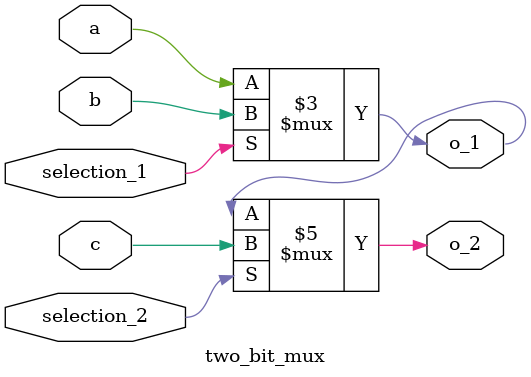
<source format=sv>
module two_bit_mux(input logic a,
                   input logic b,
                   input logic selection_1,
                   output logic o_1,
                   input logic c,
                   input logic selection_2,
                   output logic o_2);
  always@(*)begin
    o_1=(selection_1==0)?a:b;//for mux 1
    o_2=(selection_2==0)?o_1:c;
  end
endmodule
    

</source>
